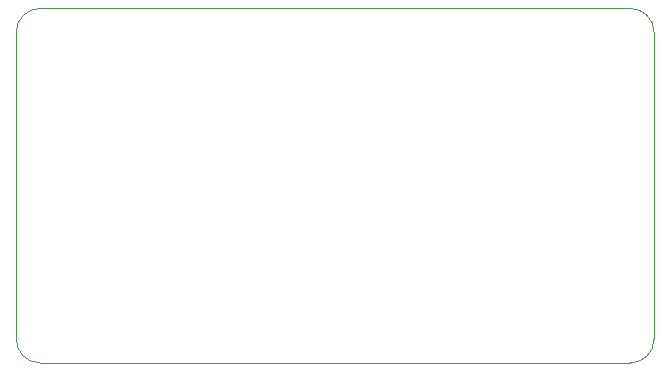
<source format=gbr>
%TF.GenerationSoftware,KiCad,Pcbnew,8.0.2*%
%TF.CreationDate,2024-09-05T22:56:17-06:00*%
%TF.ProjectId,2024_June_RP2040,32303234-5f4a-4756-9e65-5f5250323034,rev?*%
%TF.SameCoordinates,Original*%
%TF.FileFunction,Profile,NP*%
%FSLAX46Y46*%
G04 Gerber Fmt 4.6, Leading zero omitted, Abs format (unit mm)*
G04 Created by KiCad (PCBNEW 8.0.2) date 2024-09-05 22:56:17*
%MOMM*%
%LPD*%
G01*
G04 APERTURE LIST*
%TA.AperFunction,Profile*%
%ADD10C,0.050000*%
%TD*%
G04 APERTURE END LIST*
D10*
X135820000Y-55295800D02*
G75*
G02*
X137820000Y-57295800I0J-2000000D01*
G01*
X137820000Y-57295800D02*
X137820000Y-83295800D01*
X83820000Y-57295800D02*
G75*
G02*
X85820000Y-55295800I2000000J0D01*
G01*
X135820000Y-85295800D02*
X85820000Y-85295800D01*
X85820000Y-85295800D02*
G75*
G02*
X83820000Y-83295800I0J2000000D01*
G01*
X83820000Y-83295800D02*
X83820000Y-57295800D01*
X137820000Y-83295800D02*
G75*
G02*
X135820000Y-85295800I-2000000J0D01*
G01*
X85820000Y-55295800D02*
X135820000Y-55295800D01*
M02*

</source>
